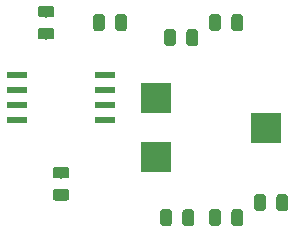
<source format=gbr>
G04 #@! TF.GenerationSoftware,KiCad,Pcbnew,(5.1.4)-1*
G04 #@! TF.CreationDate,2020-01-22T19:26:31-05:00*
G04 #@! TF.ProjectId,UniversalLM393,556e6976-6572-4736-916c-4c4d3339332e,rev?*
G04 #@! TF.SameCoordinates,Original*
G04 #@! TF.FileFunction,Paste,Top*
G04 #@! TF.FilePolarity,Positive*
%FSLAX46Y46*%
G04 Gerber Fmt 4.6, Leading zero omitted, Abs format (unit mm)*
G04 Created by KiCad (PCBNEW (5.1.4)-1) date 2020-01-22 19:26:31*
%MOMM*%
%LPD*%
G04 APERTURE LIST*
%ADD10C,0.100000*%
%ADD11C,0.975000*%
%ADD12R,1.750000X0.550000*%
%ADD13R,2.500000X2.500000*%
G04 APERTURE END LIST*
D10*
G36*
X161225142Y-100901174D02*
G01*
X161248803Y-100904684D01*
X161272007Y-100910496D01*
X161294529Y-100918554D01*
X161316153Y-100928782D01*
X161336670Y-100941079D01*
X161355883Y-100955329D01*
X161373607Y-100971393D01*
X161389671Y-100989117D01*
X161403921Y-101008330D01*
X161416218Y-101028847D01*
X161426446Y-101050471D01*
X161434504Y-101072993D01*
X161440316Y-101096197D01*
X161443826Y-101119858D01*
X161445000Y-101143750D01*
X161445000Y-102056250D01*
X161443826Y-102080142D01*
X161440316Y-102103803D01*
X161434504Y-102127007D01*
X161426446Y-102149529D01*
X161416218Y-102171153D01*
X161403921Y-102191670D01*
X161389671Y-102210883D01*
X161373607Y-102228607D01*
X161355883Y-102244671D01*
X161336670Y-102258921D01*
X161316153Y-102271218D01*
X161294529Y-102281446D01*
X161272007Y-102289504D01*
X161248803Y-102295316D01*
X161225142Y-102298826D01*
X161201250Y-102300000D01*
X160713750Y-102300000D01*
X160689858Y-102298826D01*
X160666197Y-102295316D01*
X160642993Y-102289504D01*
X160620471Y-102281446D01*
X160598847Y-102271218D01*
X160578330Y-102258921D01*
X160559117Y-102244671D01*
X160541393Y-102228607D01*
X160525329Y-102210883D01*
X160511079Y-102191670D01*
X160498782Y-102171153D01*
X160488554Y-102149529D01*
X160480496Y-102127007D01*
X160474684Y-102103803D01*
X160471174Y-102080142D01*
X160470000Y-102056250D01*
X160470000Y-101143750D01*
X160471174Y-101119858D01*
X160474684Y-101096197D01*
X160480496Y-101072993D01*
X160488554Y-101050471D01*
X160498782Y-101028847D01*
X160511079Y-101008330D01*
X160525329Y-100989117D01*
X160541393Y-100971393D01*
X160559117Y-100955329D01*
X160578330Y-100941079D01*
X160598847Y-100928782D01*
X160620471Y-100918554D01*
X160642993Y-100910496D01*
X160666197Y-100904684D01*
X160689858Y-100901174D01*
X160713750Y-100900000D01*
X161201250Y-100900000D01*
X161225142Y-100901174D01*
X161225142Y-100901174D01*
G37*
D11*
X160957500Y-101600000D03*
D10*
G36*
X159350142Y-100901174D02*
G01*
X159373803Y-100904684D01*
X159397007Y-100910496D01*
X159419529Y-100918554D01*
X159441153Y-100928782D01*
X159461670Y-100941079D01*
X159480883Y-100955329D01*
X159498607Y-100971393D01*
X159514671Y-100989117D01*
X159528921Y-101008330D01*
X159541218Y-101028847D01*
X159551446Y-101050471D01*
X159559504Y-101072993D01*
X159565316Y-101096197D01*
X159568826Y-101119858D01*
X159570000Y-101143750D01*
X159570000Y-102056250D01*
X159568826Y-102080142D01*
X159565316Y-102103803D01*
X159559504Y-102127007D01*
X159551446Y-102149529D01*
X159541218Y-102171153D01*
X159528921Y-102191670D01*
X159514671Y-102210883D01*
X159498607Y-102228607D01*
X159480883Y-102244671D01*
X159461670Y-102258921D01*
X159441153Y-102271218D01*
X159419529Y-102281446D01*
X159397007Y-102289504D01*
X159373803Y-102295316D01*
X159350142Y-102298826D01*
X159326250Y-102300000D01*
X158838750Y-102300000D01*
X158814858Y-102298826D01*
X158791197Y-102295316D01*
X158767993Y-102289504D01*
X158745471Y-102281446D01*
X158723847Y-102271218D01*
X158703330Y-102258921D01*
X158684117Y-102244671D01*
X158666393Y-102228607D01*
X158650329Y-102210883D01*
X158636079Y-102191670D01*
X158623782Y-102171153D01*
X158613554Y-102149529D01*
X158605496Y-102127007D01*
X158599684Y-102103803D01*
X158596174Y-102080142D01*
X158595000Y-102056250D01*
X158595000Y-101143750D01*
X158596174Y-101119858D01*
X158599684Y-101096197D01*
X158605496Y-101072993D01*
X158613554Y-101050471D01*
X158623782Y-101028847D01*
X158636079Y-101008330D01*
X158650329Y-100989117D01*
X158666393Y-100971393D01*
X158684117Y-100955329D01*
X158703330Y-100941079D01*
X158723847Y-100928782D01*
X158745471Y-100918554D01*
X158767993Y-100910496D01*
X158791197Y-100904684D01*
X158814858Y-100901174D01*
X158838750Y-100900000D01*
X159326250Y-100900000D01*
X159350142Y-100901174D01*
X159350142Y-100901174D01*
G37*
D11*
X159082500Y-101600000D03*
D12*
X145940000Y-90805000D03*
X145940000Y-92075000D03*
X145940000Y-93345000D03*
X145940000Y-94615000D03*
X138540000Y-94615000D03*
X138540000Y-93345000D03*
X138540000Y-92075000D03*
X138540000Y-90805000D03*
D13*
X150315000Y-97750000D03*
X159565000Y-95250000D03*
X150315000Y-92750000D03*
D10*
G36*
X153605142Y-86931174D02*
G01*
X153628803Y-86934684D01*
X153652007Y-86940496D01*
X153674529Y-86948554D01*
X153696153Y-86958782D01*
X153716670Y-86971079D01*
X153735883Y-86985329D01*
X153753607Y-87001393D01*
X153769671Y-87019117D01*
X153783921Y-87038330D01*
X153796218Y-87058847D01*
X153806446Y-87080471D01*
X153814504Y-87102993D01*
X153820316Y-87126197D01*
X153823826Y-87149858D01*
X153825000Y-87173750D01*
X153825000Y-88086250D01*
X153823826Y-88110142D01*
X153820316Y-88133803D01*
X153814504Y-88157007D01*
X153806446Y-88179529D01*
X153796218Y-88201153D01*
X153783921Y-88221670D01*
X153769671Y-88240883D01*
X153753607Y-88258607D01*
X153735883Y-88274671D01*
X153716670Y-88288921D01*
X153696153Y-88301218D01*
X153674529Y-88311446D01*
X153652007Y-88319504D01*
X153628803Y-88325316D01*
X153605142Y-88328826D01*
X153581250Y-88330000D01*
X153093750Y-88330000D01*
X153069858Y-88328826D01*
X153046197Y-88325316D01*
X153022993Y-88319504D01*
X153000471Y-88311446D01*
X152978847Y-88301218D01*
X152958330Y-88288921D01*
X152939117Y-88274671D01*
X152921393Y-88258607D01*
X152905329Y-88240883D01*
X152891079Y-88221670D01*
X152878782Y-88201153D01*
X152868554Y-88179529D01*
X152860496Y-88157007D01*
X152854684Y-88133803D01*
X152851174Y-88110142D01*
X152850000Y-88086250D01*
X152850000Y-87173750D01*
X152851174Y-87149858D01*
X152854684Y-87126197D01*
X152860496Y-87102993D01*
X152868554Y-87080471D01*
X152878782Y-87058847D01*
X152891079Y-87038330D01*
X152905329Y-87019117D01*
X152921393Y-87001393D01*
X152939117Y-86985329D01*
X152958330Y-86971079D01*
X152978847Y-86958782D01*
X153000471Y-86948554D01*
X153022993Y-86940496D01*
X153046197Y-86934684D01*
X153069858Y-86931174D01*
X153093750Y-86930000D01*
X153581250Y-86930000D01*
X153605142Y-86931174D01*
X153605142Y-86931174D01*
G37*
D11*
X153337500Y-87630000D03*
D10*
G36*
X151730142Y-86931174D02*
G01*
X151753803Y-86934684D01*
X151777007Y-86940496D01*
X151799529Y-86948554D01*
X151821153Y-86958782D01*
X151841670Y-86971079D01*
X151860883Y-86985329D01*
X151878607Y-87001393D01*
X151894671Y-87019117D01*
X151908921Y-87038330D01*
X151921218Y-87058847D01*
X151931446Y-87080471D01*
X151939504Y-87102993D01*
X151945316Y-87126197D01*
X151948826Y-87149858D01*
X151950000Y-87173750D01*
X151950000Y-88086250D01*
X151948826Y-88110142D01*
X151945316Y-88133803D01*
X151939504Y-88157007D01*
X151931446Y-88179529D01*
X151921218Y-88201153D01*
X151908921Y-88221670D01*
X151894671Y-88240883D01*
X151878607Y-88258607D01*
X151860883Y-88274671D01*
X151841670Y-88288921D01*
X151821153Y-88301218D01*
X151799529Y-88311446D01*
X151777007Y-88319504D01*
X151753803Y-88325316D01*
X151730142Y-88328826D01*
X151706250Y-88330000D01*
X151218750Y-88330000D01*
X151194858Y-88328826D01*
X151171197Y-88325316D01*
X151147993Y-88319504D01*
X151125471Y-88311446D01*
X151103847Y-88301218D01*
X151083330Y-88288921D01*
X151064117Y-88274671D01*
X151046393Y-88258607D01*
X151030329Y-88240883D01*
X151016079Y-88221670D01*
X151003782Y-88201153D01*
X150993554Y-88179529D01*
X150985496Y-88157007D01*
X150979684Y-88133803D01*
X150976174Y-88110142D01*
X150975000Y-88086250D01*
X150975000Y-87173750D01*
X150976174Y-87149858D01*
X150979684Y-87126197D01*
X150985496Y-87102993D01*
X150993554Y-87080471D01*
X151003782Y-87058847D01*
X151016079Y-87038330D01*
X151030329Y-87019117D01*
X151046393Y-87001393D01*
X151064117Y-86985329D01*
X151083330Y-86971079D01*
X151103847Y-86958782D01*
X151125471Y-86948554D01*
X151147993Y-86940496D01*
X151171197Y-86934684D01*
X151194858Y-86931174D01*
X151218750Y-86930000D01*
X151706250Y-86930000D01*
X151730142Y-86931174D01*
X151730142Y-86931174D01*
G37*
D11*
X151462500Y-87630000D03*
D10*
G36*
X147587642Y-85661174D02*
G01*
X147611303Y-85664684D01*
X147634507Y-85670496D01*
X147657029Y-85678554D01*
X147678653Y-85688782D01*
X147699170Y-85701079D01*
X147718383Y-85715329D01*
X147736107Y-85731393D01*
X147752171Y-85749117D01*
X147766421Y-85768330D01*
X147778718Y-85788847D01*
X147788946Y-85810471D01*
X147797004Y-85832993D01*
X147802816Y-85856197D01*
X147806326Y-85879858D01*
X147807500Y-85903750D01*
X147807500Y-86816250D01*
X147806326Y-86840142D01*
X147802816Y-86863803D01*
X147797004Y-86887007D01*
X147788946Y-86909529D01*
X147778718Y-86931153D01*
X147766421Y-86951670D01*
X147752171Y-86970883D01*
X147736107Y-86988607D01*
X147718383Y-87004671D01*
X147699170Y-87018921D01*
X147678653Y-87031218D01*
X147657029Y-87041446D01*
X147634507Y-87049504D01*
X147611303Y-87055316D01*
X147587642Y-87058826D01*
X147563750Y-87060000D01*
X147076250Y-87060000D01*
X147052358Y-87058826D01*
X147028697Y-87055316D01*
X147005493Y-87049504D01*
X146982971Y-87041446D01*
X146961347Y-87031218D01*
X146940830Y-87018921D01*
X146921617Y-87004671D01*
X146903893Y-86988607D01*
X146887829Y-86970883D01*
X146873579Y-86951670D01*
X146861282Y-86931153D01*
X146851054Y-86909529D01*
X146842996Y-86887007D01*
X146837184Y-86863803D01*
X146833674Y-86840142D01*
X146832500Y-86816250D01*
X146832500Y-85903750D01*
X146833674Y-85879858D01*
X146837184Y-85856197D01*
X146842996Y-85832993D01*
X146851054Y-85810471D01*
X146861282Y-85788847D01*
X146873579Y-85768330D01*
X146887829Y-85749117D01*
X146903893Y-85731393D01*
X146921617Y-85715329D01*
X146940830Y-85701079D01*
X146961347Y-85688782D01*
X146982971Y-85678554D01*
X147005493Y-85670496D01*
X147028697Y-85664684D01*
X147052358Y-85661174D01*
X147076250Y-85660000D01*
X147563750Y-85660000D01*
X147587642Y-85661174D01*
X147587642Y-85661174D01*
G37*
D11*
X147320000Y-86360000D03*
D10*
G36*
X145712642Y-85661174D02*
G01*
X145736303Y-85664684D01*
X145759507Y-85670496D01*
X145782029Y-85678554D01*
X145803653Y-85688782D01*
X145824170Y-85701079D01*
X145843383Y-85715329D01*
X145861107Y-85731393D01*
X145877171Y-85749117D01*
X145891421Y-85768330D01*
X145903718Y-85788847D01*
X145913946Y-85810471D01*
X145922004Y-85832993D01*
X145927816Y-85856197D01*
X145931326Y-85879858D01*
X145932500Y-85903750D01*
X145932500Y-86816250D01*
X145931326Y-86840142D01*
X145927816Y-86863803D01*
X145922004Y-86887007D01*
X145913946Y-86909529D01*
X145903718Y-86931153D01*
X145891421Y-86951670D01*
X145877171Y-86970883D01*
X145861107Y-86988607D01*
X145843383Y-87004671D01*
X145824170Y-87018921D01*
X145803653Y-87031218D01*
X145782029Y-87041446D01*
X145759507Y-87049504D01*
X145736303Y-87055316D01*
X145712642Y-87058826D01*
X145688750Y-87060000D01*
X145201250Y-87060000D01*
X145177358Y-87058826D01*
X145153697Y-87055316D01*
X145130493Y-87049504D01*
X145107971Y-87041446D01*
X145086347Y-87031218D01*
X145065830Y-87018921D01*
X145046617Y-87004671D01*
X145028893Y-86988607D01*
X145012829Y-86970883D01*
X144998579Y-86951670D01*
X144986282Y-86931153D01*
X144976054Y-86909529D01*
X144967996Y-86887007D01*
X144962184Y-86863803D01*
X144958674Y-86840142D01*
X144957500Y-86816250D01*
X144957500Y-85903750D01*
X144958674Y-85879858D01*
X144962184Y-85856197D01*
X144967996Y-85832993D01*
X144976054Y-85810471D01*
X144986282Y-85788847D01*
X144998579Y-85768330D01*
X145012829Y-85749117D01*
X145028893Y-85731393D01*
X145046617Y-85715329D01*
X145065830Y-85701079D01*
X145086347Y-85688782D01*
X145107971Y-85678554D01*
X145130493Y-85670496D01*
X145153697Y-85664684D01*
X145177358Y-85661174D01*
X145201250Y-85660000D01*
X145688750Y-85660000D01*
X145712642Y-85661174D01*
X145712642Y-85661174D01*
G37*
D11*
X145445000Y-86360000D03*
D10*
G36*
X141450142Y-84936174D02*
G01*
X141473803Y-84939684D01*
X141497007Y-84945496D01*
X141519529Y-84953554D01*
X141541153Y-84963782D01*
X141561670Y-84976079D01*
X141580883Y-84990329D01*
X141598607Y-85006393D01*
X141614671Y-85024117D01*
X141628921Y-85043330D01*
X141641218Y-85063847D01*
X141651446Y-85085471D01*
X141659504Y-85107993D01*
X141665316Y-85131197D01*
X141668826Y-85154858D01*
X141670000Y-85178750D01*
X141670000Y-85666250D01*
X141668826Y-85690142D01*
X141665316Y-85713803D01*
X141659504Y-85737007D01*
X141651446Y-85759529D01*
X141641218Y-85781153D01*
X141628921Y-85801670D01*
X141614671Y-85820883D01*
X141598607Y-85838607D01*
X141580883Y-85854671D01*
X141561670Y-85868921D01*
X141541153Y-85881218D01*
X141519529Y-85891446D01*
X141497007Y-85899504D01*
X141473803Y-85905316D01*
X141450142Y-85908826D01*
X141426250Y-85910000D01*
X140513750Y-85910000D01*
X140489858Y-85908826D01*
X140466197Y-85905316D01*
X140442993Y-85899504D01*
X140420471Y-85891446D01*
X140398847Y-85881218D01*
X140378330Y-85868921D01*
X140359117Y-85854671D01*
X140341393Y-85838607D01*
X140325329Y-85820883D01*
X140311079Y-85801670D01*
X140298782Y-85781153D01*
X140288554Y-85759529D01*
X140280496Y-85737007D01*
X140274684Y-85713803D01*
X140271174Y-85690142D01*
X140270000Y-85666250D01*
X140270000Y-85178750D01*
X140271174Y-85154858D01*
X140274684Y-85131197D01*
X140280496Y-85107993D01*
X140288554Y-85085471D01*
X140298782Y-85063847D01*
X140311079Y-85043330D01*
X140325329Y-85024117D01*
X140341393Y-85006393D01*
X140359117Y-84990329D01*
X140378330Y-84976079D01*
X140398847Y-84963782D01*
X140420471Y-84953554D01*
X140442993Y-84945496D01*
X140466197Y-84939684D01*
X140489858Y-84936174D01*
X140513750Y-84935000D01*
X141426250Y-84935000D01*
X141450142Y-84936174D01*
X141450142Y-84936174D01*
G37*
D11*
X140970000Y-85422500D03*
D10*
G36*
X141450142Y-86811174D02*
G01*
X141473803Y-86814684D01*
X141497007Y-86820496D01*
X141519529Y-86828554D01*
X141541153Y-86838782D01*
X141561670Y-86851079D01*
X141580883Y-86865329D01*
X141598607Y-86881393D01*
X141614671Y-86899117D01*
X141628921Y-86918330D01*
X141641218Y-86938847D01*
X141651446Y-86960471D01*
X141659504Y-86982993D01*
X141665316Y-87006197D01*
X141668826Y-87029858D01*
X141670000Y-87053750D01*
X141670000Y-87541250D01*
X141668826Y-87565142D01*
X141665316Y-87588803D01*
X141659504Y-87612007D01*
X141651446Y-87634529D01*
X141641218Y-87656153D01*
X141628921Y-87676670D01*
X141614671Y-87695883D01*
X141598607Y-87713607D01*
X141580883Y-87729671D01*
X141561670Y-87743921D01*
X141541153Y-87756218D01*
X141519529Y-87766446D01*
X141497007Y-87774504D01*
X141473803Y-87780316D01*
X141450142Y-87783826D01*
X141426250Y-87785000D01*
X140513750Y-87785000D01*
X140489858Y-87783826D01*
X140466197Y-87780316D01*
X140442993Y-87774504D01*
X140420471Y-87766446D01*
X140398847Y-87756218D01*
X140378330Y-87743921D01*
X140359117Y-87729671D01*
X140341393Y-87713607D01*
X140325329Y-87695883D01*
X140311079Y-87676670D01*
X140298782Y-87656153D01*
X140288554Y-87634529D01*
X140280496Y-87612007D01*
X140274684Y-87588803D01*
X140271174Y-87565142D01*
X140270000Y-87541250D01*
X140270000Y-87053750D01*
X140271174Y-87029858D01*
X140274684Y-87006197D01*
X140280496Y-86982993D01*
X140288554Y-86960471D01*
X140298782Y-86938847D01*
X140311079Y-86918330D01*
X140325329Y-86899117D01*
X140341393Y-86881393D01*
X140359117Y-86865329D01*
X140378330Y-86851079D01*
X140398847Y-86838782D01*
X140420471Y-86828554D01*
X140442993Y-86820496D01*
X140466197Y-86814684D01*
X140489858Y-86811174D01*
X140513750Y-86810000D01*
X141426250Y-86810000D01*
X141450142Y-86811174D01*
X141450142Y-86811174D01*
G37*
D11*
X140970000Y-87297500D03*
D10*
G36*
X155540142Y-85661174D02*
G01*
X155563803Y-85664684D01*
X155587007Y-85670496D01*
X155609529Y-85678554D01*
X155631153Y-85688782D01*
X155651670Y-85701079D01*
X155670883Y-85715329D01*
X155688607Y-85731393D01*
X155704671Y-85749117D01*
X155718921Y-85768330D01*
X155731218Y-85788847D01*
X155741446Y-85810471D01*
X155749504Y-85832993D01*
X155755316Y-85856197D01*
X155758826Y-85879858D01*
X155760000Y-85903750D01*
X155760000Y-86816250D01*
X155758826Y-86840142D01*
X155755316Y-86863803D01*
X155749504Y-86887007D01*
X155741446Y-86909529D01*
X155731218Y-86931153D01*
X155718921Y-86951670D01*
X155704671Y-86970883D01*
X155688607Y-86988607D01*
X155670883Y-87004671D01*
X155651670Y-87018921D01*
X155631153Y-87031218D01*
X155609529Y-87041446D01*
X155587007Y-87049504D01*
X155563803Y-87055316D01*
X155540142Y-87058826D01*
X155516250Y-87060000D01*
X155028750Y-87060000D01*
X155004858Y-87058826D01*
X154981197Y-87055316D01*
X154957993Y-87049504D01*
X154935471Y-87041446D01*
X154913847Y-87031218D01*
X154893330Y-87018921D01*
X154874117Y-87004671D01*
X154856393Y-86988607D01*
X154840329Y-86970883D01*
X154826079Y-86951670D01*
X154813782Y-86931153D01*
X154803554Y-86909529D01*
X154795496Y-86887007D01*
X154789684Y-86863803D01*
X154786174Y-86840142D01*
X154785000Y-86816250D01*
X154785000Y-85903750D01*
X154786174Y-85879858D01*
X154789684Y-85856197D01*
X154795496Y-85832993D01*
X154803554Y-85810471D01*
X154813782Y-85788847D01*
X154826079Y-85768330D01*
X154840329Y-85749117D01*
X154856393Y-85731393D01*
X154874117Y-85715329D01*
X154893330Y-85701079D01*
X154913847Y-85688782D01*
X154935471Y-85678554D01*
X154957993Y-85670496D01*
X154981197Y-85664684D01*
X155004858Y-85661174D01*
X155028750Y-85660000D01*
X155516250Y-85660000D01*
X155540142Y-85661174D01*
X155540142Y-85661174D01*
G37*
D11*
X155272500Y-86360000D03*
D10*
G36*
X157415142Y-85661174D02*
G01*
X157438803Y-85664684D01*
X157462007Y-85670496D01*
X157484529Y-85678554D01*
X157506153Y-85688782D01*
X157526670Y-85701079D01*
X157545883Y-85715329D01*
X157563607Y-85731393D01*
X157579671Y-85749117D01*
X157593921Y-85768330D01*
X157606218Y-85788847D01*
X157616446Y-85810471D01*
X157624504Y-85832993D01*
X157630316Y-85856197D01*
X157633826Y-85879858D01*
X157635000Y-85903750D01*
X157635000Y-86816250D01*
X157633826Y-86840142D01*
X157630316Y-86863803D01*
X157624504Y-86887007D01*
X157616446Y-86909529D01*
X157606218Y-86931153D01*
X157593921Y-86951670D01*
X157579671Y-86970883D01*
X157563607Y-86988607D01*
X157545883Y-87004671D01*
X157526670Y-87018921D01*
X157506153Y-87031218D01*
X157484529Y-87041446D01*
X157462007Y-87049504D01*
X157438803Y-87055316D01*
X157415142Y-87058826D01*
X157391250Y-87060000D01*
X156903750Y-87060000D01*
X156879858Y-87058826D01*
X156856197Y-87055316D01*
X156832993Y-87049504D01*
X156810471Y-87041446D01*
X156788847Y-87031218D01*
X156768330Y-87018921D01*
X156749117Y-87004671D01*
X156731393Y-86988607D01*
X156715329Y-86970883D01*
X156701079Y-86951670D01*
X156688782Y-86931153D01*
X156678554Y-86909529D01*
X156670496Y-86887007D01*
X156664684Y-86863803D01*
X156661174Y-86840142D01*
X156660000Y-86816250D01*
X156660000Y-85903750D01*
X156661174Y-85879858D01*
X156664684Y-85856197D01*
X156670496Y-85832993D01*
X156678554Y-85810471D01*
X156688782Y-85788847D01*
X156701079Y-85768330D01*
X156715329Y-85749117D01*
X156731393Y-85731393D01*
X156749117Y-85715329D01*
X156768330Y-85701079D01*
X156788847Y-85688782D01*
X156810471Y-85678554D01*
X156832993Y-85670496D01*
X156856197Y-85664684D01*
X156879858Y-85661174D01*
X156903750Y-85660000D01*
X157391250Y-85660000D01*
X157415142Y-85661174D01*
X157415142Y-85661174D01*
G37*
D11*
X157147500Y-86360000D03*
D10*
G36*
X155540142Y-102171174D02*
G01*
X155563803Y-102174684D01*
X155587007Y-102180496D01*
X155609529Y-102188554D01*
X155631153Y-102198782D01*
X155651670Y-102211079D01*
X155670883Y-102225329D01*
X155688607Y-102241393D01*
X155704671Y-102259117D01*
X155718921Y-102278330D01*
X155731218Y-102298847D01*
X155741446Y-102320471D01*
X155749504Y-102342993D01*
X155755316Y-102366197D01*
X155758826Y-102389858D01*
X155760000Y-102413750D01*
X155760000Y-103326250D01*
X155758826Y-103350142D01*
X155755316Y-103373803D01*
X155749504Y-103397007D01*
X155741446Y-103419529D01*
X155731218Y-103441153D01*
X155718921Y-103461670D01*
X155704671Y-103480883D01*
X155688607Y-103498607D01*
X155670883Y-103514671D01*
X155651670Y-103528921D01*
X155631153Y-103541218D01*
X155609529Y-103551446D01*
X155587007Y-103559504D01*
X155563803Y-103565316D01*
X155540142Y-103568826D01*
X155516250Y-103570000D01*
X155028750Y-103570000D01*
X155004858Y-103568826D01*
X154981197Y-103565316D01*
X154957993Y-103559504D01*
X154935471Y-103551446D01*
X154913847Y-103541218D01*
X154893330Y-103528921D01*
X154874117Y-103514671D01*
X154856393Y-103498607D01*
X154840329Y-103480883D01*
X154826079Y-103461670D01*
X154813782Y-103441153D01*
X154803554Y-103419529D01*
X154795496Y-103397007D01*
X154789684Y-103373803D01*
X154786174Y-103350142D01*
X154785000Y-103326250D01*
X154785000Y-102413750D01*
X154786174Y-102389858D01*
X154789684Y-102366197D01*
X154795496Y-102342993D01*
X154803554Y-102320471D01*
X154813782Y-102298847D01*
X154826079Y-102278330D01*
X154840329Y-102259117D01*
X154856393Y-102241393D01*
X154874117Y-102225329D01*
X154893330Y-102211079D01*
X154913847Y-102198782D01*
X154935471Y-102188554D01*
X154957993Y-102180496D01*
X154981197Y-102174684D01*
X155004858Y-102171174D01*
X155028750Y-102170000D01*
X155516250Y-102170000D01*
X155540142Y-102171174D01*
X155540142Y-102171174D01*
G37*
D11*
X155272500Y-102870000D03*
D10*
G36*
X157415142Y-102171174D02*
G01*
X157438803Y-102174684D01*
X157462007Y-102180496D01*
X157484529Y-102188554D01*
X157506153Y-102198782D01*
X157526670Y-102211079D01*
X157545883Y-102225329D01*
X157563607Y-102241393D01*
X157579671Y-102259117D01*
X157593921Y-102278330D01*
X157606218Y-102298847D01*
X157616446Y-102320471D01*
X157624504Y-102342993D01*
X157630316Y-102366197D01*
X157633826Y-102389858D01*
X157635000Y-102413750D01*
X157635000Y-103326250D01*
X157633826Y-103350142D01*
X157630316Y-103373803D01*
X157624504Y-103397007D01*
X157616446Y-103419529D01*
X157606218Y-103441153D01*
X157593921Y-103461670D01*
X157579671Y-103480883D01*
X157563607Y-103498607D01*
X157545883Y-103514671D01*
X157526670Y-103528921D01*
X157506153Y-103541218D01*
X157484529Y-103551446D01*
X157462007Y-103559504D01*
X157438803Y-103565316D01*
X157415142Y-103568826D01*
X157391250Y-103570000D01*
X156903750Y-103570000D01*
X156879858Y-103568826D01*
X156856197Y-103565316D01*
X156832993Y-103559504D01*
X156810471Y-103551446D01*
X156788847Y-103541218D01*
X156768330Y-103528921D01*
X156749117Y-103514671D01*
X156731393Y-103498607D01*
X156715329Y-103480883D01*
X156701079Y-103461670D01*
X156688782Y-103441153D01*
X156678554Y-103419529D01*
X156670496Y-103397007D01*
X156664684Y-103373803D01*
X156661174Y-103350142D01*
X156660000Y-103326250D01*
X156660000Y-102413750D01*
X156661174Y-102389858D01*
X156664684Y-102366197D01*
X156670496Y-102342993D01*
X156678554Y-102320471D01*
X156688782Y-102298847D01*
X156701079Y-102278330D01*
X156715329Y-102259117D01*
X156731393Y-102241393D01*
X156749117Y-102225329D01*
X156768330Y-102211079D01*
X156788847Y-102198782D01*
X156810471Y-102188554D01*
X156832993Y-102180496D01*
X156856197Y-102174684D01*
X156879858Y-102171174D01*
X156903750Y-102170000D01*
X157391250Y-102170000D01*
X157415142Y-102171174D01*
X157415142Y-102171174D01*
G37*
D11*
X157147500Y-102870000D03*
D10*
G36*
X142720142Y-98573674D02*
G01*
X142743803Y-98577184D01*
X142767007Y-98582996D01*
X142789529Y-98591054D01*
X142811153Y-98601282D01*
X142831670Y-98613579D01*
X142850883Y-98627829D01*
X142868607Y-98643893D01*
X142884671Y-98661617D01*
X142898921Y-98680830D01*
X142911218Y-98701347D01*
X142921446Y-98722971D01*
X142929504Y-98745493D01*
X142935316Y-98768697D01*
X142938826Y-98792358D01*
X142940000Y-98816250D01*
X142940000Y-99303750D01*
X142938826Y-99327642D01*
X142935316Y-99351303D01*
X142929504Y-99374507D01*
X142921446Y-99397029D01*
X142911218Y-99418653D01*
X142898921Y-99439170D01*
X142884671Y-99458383D01*
X142868607Y-99476107D01*
X142850883Y-99492171D01*
X142831670Y-99506421D01*
X142811153Y-99518718D01*
X142789529Y-99528946D01*
X142767007Y-99537004D01*
X142743803Y-99542816D01*
X142720142Y-99546326D01*
X142696250Y-99547500D01*
X141783750Y-99547500D01*
X141759858Y-99546326D01*
X141736197Y-99542816D01*
X141712993Y-99537004D01*
X141690471Y-99528946D01*
X141668847Y-99518718D01*
X141648330Y-99506421D01*
X141629117Y-99492171D01*
X141611393Y-99476107D01*
X141595329Y-99458383D01*
X141581079Y-99439170D01*
X141568782Y-99418653D01*
X141558554Y-99397029D01*
X141550496Y-99374507D01*
X141544684Y-99351303D01*
X141541174Y-99327642D01*
X141540000Y-99303750D01*
X141540000Y-98816250D01*
X141541174Y-98792358D01*
X141544684Y-98768697D01*
X141550496Y-98745493D01*
X141558554Y-98722971D01*
X141568782Y-98701347D01*
X141581079Y-98680830D01*
X141595329Y-98661617D01*
X141611393Y-98643893D01*
X141629117Y-98627829D01*
X141648330Y-98613579D01*
X141668847Y-98601282D01*
X141690471Y-98591054D01*
X141712993Y-98582996D01*
X141736197Y-98577184D01*
X141759858Y-98573674D01*
X141783750Y-98572500D01*
X142696250Y-98572500D01*
X142720142Y-98573674D01*
X142720142Y-98573674D01*
G37*
D11*
X142240000Y-99060000D03*
D10*
G36*
X142720142Y-100448674D02*
G01*
X142743803Y-100452184D01*
X142767007Y-100457996D01*
X142789529Y-100466054D01*
X142811153Y-100476282D01*
X142831670Y-100488579D01*
X142850883Y-100502829D01*
X142868607Y-100518893D01*
X142884671Y-100536617D01*
X142898921Y-100555830D01*
X142911218Y-100576347D01*
X142921446Y-100597971D01*
X142929504Y-100620493D01*
X142935316Y-100643697D01*
X142938826Y-100667358D01*
X142940000Y-100691250D01*
X142940000Y-101178750D01*
X142938826Y-101202642D01*
X142935316Y-101226303D01*
X142929504Y-101249507D01*
X142921446Y-101272029D01*
X142911218Y-101293653D01*
X142898921Y-101314170D01*
X142884671Y-101333383D01*
X142868607Y-101351107D01*
X142850883Y-101367171D01*
X142831670Y-101381421D01*
X142811153Y-101393718D01*
X142789529Y-101403946D01*
X142767007Y-101412004D01*
X142743803Y-101417816D01*
X142720142Y-101421326D01*
X142696250Y-101422500D01*
X141783750Y-101422500D01*
X141759858Y-101421326D01*
X141736197Y-101417816D01*
X141712993Y-101412004D01*
X141690471Y-101403946D01*
X141668847Y-101393718D01*
X141648330Y-101381421D01*
X141629117Y-101367171D01*
X141611393Y-101351107D01*
X141595329Y-101333383D01*
X141581079Y-101314170D01*
X141568782Y-101293653D01*
X141558554Y-101272029D01*
X141550496Y-101249507D01*
X141544684Y-101226303D01*
X141541174Y-101202642D01*
X141540000Y-101178750D01*
X141540000Y-100691250D01*
X141541174Y-100667358D01*
X141544684Y-100643697D01*
X141550496Y-100620493D01*
X141558554Y-100597971D01*
X141568782Y-100576347D01*
X141581079Y-100555830D01*
X141595329Y-100536617D01*
X141611393Y-100518893D01*
X141629117Y-100502829D01*
X141648330Y-100488579D01*
X141668847Y-100476282D01*
X141690471Y-100466054D01*
X141712993Y-100457996D01*
X141736197Y-100452184D01*
X141759858Y-100448674D01*
X141783750Y-100447500D01*
X142696250Y-100447500D01*
X142720142Y-100448674D01*
X142720142Y-100448674D01*
G37*
D11*
X142240000Y-100935000D03*
D10*
G36*
X153272642Y-102171174D02*
G01*
X153296303Y-102174684D01*
X153319507Y-102180496D01*
X153342029Y-102188554D01*
X153363653Y-102198782D01*
X153384170Y-102211079D01*
X153403383Y-102225329D01*
X153421107Y-102241393D01*
X153437171Y-102259117D01*
X153451421Y-102278330D01*
X153463718Y-102298847D01*
X153473946Y-102320471D01*
X153482004Y-102342993D01*
X153487816Y-102366197D01*
X153491326Y-102389858D01*
X153492500Y-102413750D01*
X153492500Y-103326250D01*
X153491326Y-103350142D01*
X153487816Y-103373803D01*
X153482004Y-103397007D01*
X153473946Y-103419529D01*
X153463718Y-103441153D01*
X153451421Y-103461670D01*
X153437171Y-103480883D01*
X153421107Y-103498607D01*
X153403383Y-103514671D01*
X153384170Y-103528921D01*
X153363653Y-103541218D01*
X153342029Y-103551446D01*
X153319507Y-103559504D01*
X153296303Y-103565316D01*
X153272642Y-103568826D01*
X153248750Y-103570000D01*
X152761250Y-103570000D01*
X152737358Y-103568826D01*
X152713697Y-103565316D01*
X152690493Y-103559504D01*
X152667971Y-103551446D01*
X152646347Y-103541218D01*
X152625830Y-103528921D01*
X152606617Y-103514671D01*
X152588893Y-103498607D01*
X152572829Y-103480883D01*
X152558579Y-103461670D01*
X152546282Y-103441153D01*
X152536054Y-103419529D01*
X152527996Y-103397007D01*
X152522184Y-103373803D01*
X152518674Y-103350142D01*
X152517500Y-103326250D01*
X152517500Y-102413750D01*
X152518674Y-102389858D01*
X152522184Y-102366197D01*
X152527996Y-102342993D01*
X152536054Y-102320471D01*
X152546282Y-102298847D01*
X152558579Y-102278330D01*
X152572829Y-102259117D01*
X152588893Y-102241393D01*
X152606617Y-102225329D01*
X152625830Y-102211079D01*
X152646347Y-102198782D01*
X152667971Y-102188554D01*
X152690493Y-102180496D01*
X152713697Y-102174684D01*
X152737358Y-102171174D01*
X152761250Y-102170000D01*
X153248750Y-102170000D01*
X153272642Y-102171174D01*
X153272642Y-102171174D01*
G37*
D11*
X153005000Y-102870000D03*
D10*
G36*
X151397642Y-102171174D02*
G01*
X151421303Y-102174684D01*
X151444507Y-102180496D01*
X151467029Y-102188554D01*
X151488653Y-102198782D01*
X151509170Y-102211079D01*
X151528383Y-102225329D01*
X151546107Y-102241393D01*
X151562171Y-102259117D01*
X151576421Y-102278330D01*
X151588718Y-102298847D01*
X151598946Y-102320471D01*
X151607004Y-102342993D01*
X151612816Y-102366197D01*
X151616326Y-102389858D01*
X151617500Y-102413750D01*
X151617500Y-103326250D01*
X151616326Y-103350142D01*
X151612816Y-103373803D01*
X151607004Y-103397007D01*
X151598946Y-103419529D01*
X151588718Y-103441153D01*
X151576421Y-103461670D01*
X151562171Y-103480883D01*
X151546107Y-103498607D01*
X151528383Y-103514671D01*
X151509170Y-103528921D01*
X151488653Y-103541218D01*
X151467029Y-103551446D01*
X151444507Y-103559504D01*
X151421303Y-103565316D01*
X151397642Y-103568826D01*
X151373750Y-103570000D01*
X150886250Y-103570000D01*
X150862358Y-103568826D01*
X150838697Y-103565316D01*
X150815493Y-103559504D01*
X150792971Y-103551446D01*
X150771347Y-103541218D01*
X150750830Y-103528921D01*
X150731617Y-103514671D01*
X150713893Y-103498607D01*
X150697829Y-103480883D01*
X150683579Y-103461670D01*
X150671282Y-103441153D01*
X150661054Y-103419529D01*
X150652996Y-103397007D01*
X150647184Y-103373803D01*
X150643674Y-103350142D01*
X150642500Y-103326250D01*
X150642500Y-102413750D01*
X150643674Y-102389858D01*
X150647184Y-102366197D01*
X150652996Y-102342993D01*
X150661054Y-102320471D01*
X150671282Y-102298847D01*
X150683579Y-102278330D01*
X150697829Y-102259117D01*
X150713893Y-102241393D01*
X150731617Y-102225329D01*
X150750830Y-102211079D01*
X150771347Y-102198782D01*
X150792971Y-102188554D01*
X150815493Y-102180496D01*
X150838697Y-102174684D01*
X150862358Y-102171174D01*
X150886250Y-102170000D01*
X151373750Y-102170000D01*
X151397642Y-102171174D01*
X151397642Y-102171174D01*
G37*
D11*
X151130000Y-102870000D03*
M02*

</source>
